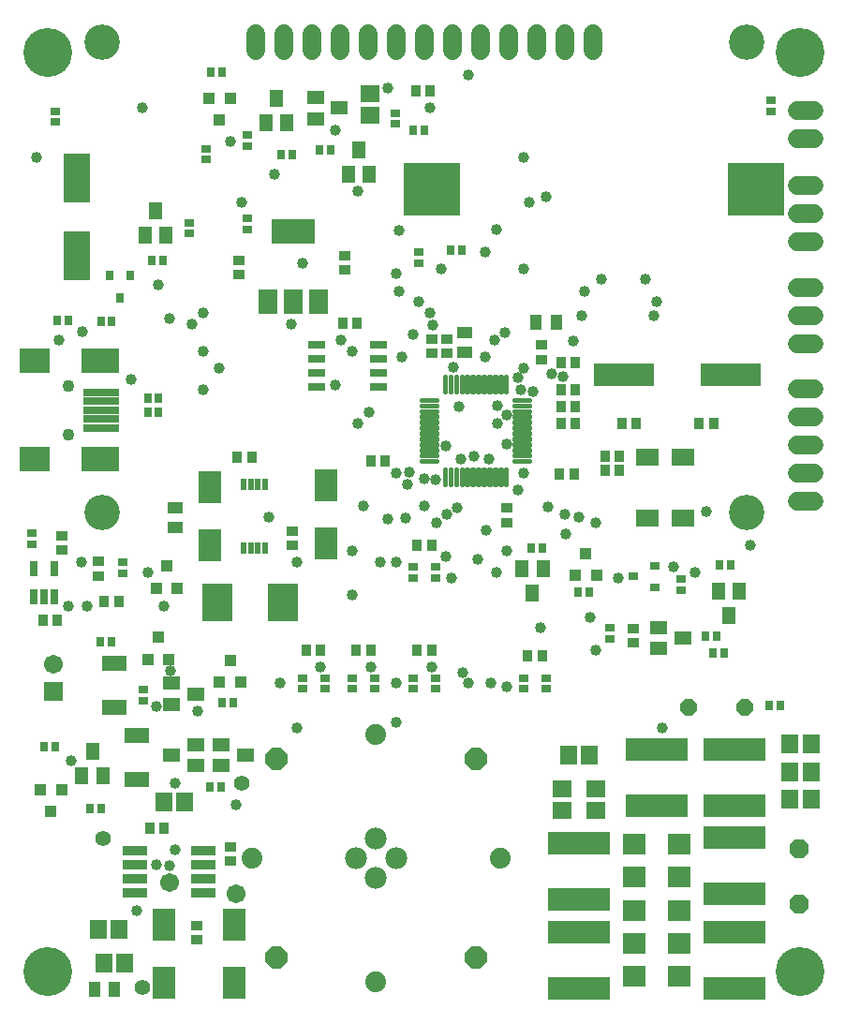
<source format=gbr>
G04 EAGLE Gerber RS-274X export*
G75*
%MOMM*%
%FSLAX34Y34*%
%LPD*%
%INSoldermask Top*%
%IPPOS*%
%AMOC8*
5,1,8,0,0,1.08239X$1,22.5*%
G01*
%ADD10R,1.103200X0.903200*%
%ADD11R,2.003200X2.953200*%
%ADD12R,5.703200X2.053200*%
%ADD13R,0.903200X1.103200*%
%ADD14P,1.649562X8X22.500000*%
%ADD15R,2.003200X1.903200*%
%ADD16R,2.303200X1.473200*%
%ADD17R,0.903200X0.803200*%
%ADD18R,0.803200X0.903200*%
%ADD19R,1.701800X2.209800*%
%ADD20R,4.013200X2.209800*%
%ADD21C,1.727200*%
%ADD22R,1.003200X1.403200*%
%ADD23R,2.703200X3.453200*%
%ADD24R,1.403200X1.003200*%
%ADD25R,1.203200X1.603200*%
%ADD26R,5.537200X2.133600*%
%ADD27R,2.103200X1.503200*%
%ADD28R,1.503200X1.703200*%
%ADD29R,1.703200X1.503200*%
%ADD30R,2.403200X4.403200*%
%ADD31R,1.003200X1.103200*%
%ADD32R,1.603200X1.203200*%
%ADD33P,2.144431X8X22.500000*%
%ADD34C,1.981200*%
%ADD35C,1.879600*%
%ADD36R,0.762000X1.473200*%
%ADD37R,2.235200X0.863600*%
%ADD38R,0.553200X1.103200*%
%ADD39C,3.203200*%
%ADD40R,1.625600X0.736600*%
%ADD41C,0.343072*%
%ADD42R,2.703200X2.203200*%
%ADD43R,3.503200X2.203200*%
%ADD44R,3.303200X0.703200*%
%ADD45C,1.103200*%
%ADD46R,1.711200X1.711200*%
%ADD47C,1.711200*%
%ADD48P,1.852186X8X292.500000*%
%ADD49R,5.203200X4.803200*%
%ADD50C,1.009600*%
%ADD51C,1.409600*%
%ADD52C,1.703200*%
%ADD53C,4.419200*%


D10*
X47200Y415200D03*
X47200Y428200D03*
D11*
X139600Y77250D03*
X139600Y24750D03*
D10*
X169300Y76300D03*
X169300Y63300D03*
D12*
X655000Y155500D03*
X655000Y104500D03*
X655000Y184500D03*
X655000Y235500D03*
D10*
X564300Y344800D03*
X564300Y331800D03*
D12*
X655000Y70500D03*
X655000Y19500D03*
X585000Y184500D03*
X585000Y235500D03*
D13*
X126700Y164300D03*
X139700Y164300D03*
D10*
X199700Y134200D03*
X199700Y147200D03*
D13*
X43300Y352200D03*
X30300Y352200D03*
D10*
X255700Y419700D03*
X255700Y432700D03*
D11*
X286400Y421350D03*
X286400Y473850D03*
X181400Y420250D03*
X181400Y472750D03*
D13*
X206200Y499300D03*
X219200Y499300D03*
D10*
X302800Y681800D03*
X302800Y668800D03*
X207800Y677600D03*
X207800Y664600D03*
X480700Y587700D03*
X480700Y600700D03*
D13*
X498500Y585000D03*
X511500Y585000D03*
X314300Y620700D03*
X301300Y620700D03*
X497200Y484300D03*
X510200Y484300D03*
X85700Y369300D03*
X98700Y369300D03*
D10*
X395700Y593500D03*
X395700Y606500D03*
D13*
X339800Y495700D03*
X326800Y495700D03*
D10*
X449300Y453300D03*
X449300Y440300D03*
X382200Y593500D03*
X382200Y606500D03*
D13*
X498500Y545000D03*
X511500Y545000D03*
X498500Y560000D03*
X511500Y560000D03*
X498500Y530000D03*
X511500Y530000D03*
X636500Y530000D03*
X623500Y530000D03*
X551500Y487500D03*
X538500Y487500D03*
X380300Y830700D03*
X367300Y830700D03*
D10*
X80700Y392200D03*
X80700Y405200D03*
D13*
X551500Y500000D03*
X538500Y500000D03*
X553500Y530000D03*
X566500Y530000D03*
X368500Y325000D03*
X381500Y325000D03*
X268500Y325000D03*
X281500Y325000D03*
X468500Y320000D03*
X481500Y320000D03*
X368500Y420000D03*
X381500Y420000D03*
X313500Y325000D03*
X326500Y325000D03*
D12*
X515000Y19500D03*
X515000Y70500D03*
X515000Y99500D03*
X515000Y150500D03*
D14*
X613800Y273600D03*
X664600Y273600D03*
D11*
X203600Y77250D03*
X203600Y24750D03*
D15*
X605500Y30000D03*
X564500Y30000D03*
D16*
X94900Y313000D03*
X94900Y273400D03*
D17*
X583700Y382100D03*
X583700Y401100D03*
X563700Y391600D03*
D18*
X109500Y663700D03*
X90500Y663700D03*
X100000Y643700D03*
D15*
X564500Y60000D03*
X605500Y60000D03*
X605500Y90000D03*
X564500Y90000D03*
X564500Y120000D03*
X605500Y120000D03*
X605500Y150000D03*
X564500Y150000D03*
D16*
X115100Y208500D03*
X115100Y248100D03*
D19*
X233694Y640104D03*
X256554Y640104D03*
X279414Y640104D03*
D20*
X256300Y703096D03*
D21*
X712380Y653000D02*
X727620Y653000D01*
X727620Y627600D02*
X712380Y627600D01*
X712380Y602200D02*
X727620Y602200D01*
X727620Y812700D02*
X712380Y812700D01*
X712380Y787300D02*
X727620Y787300D01*
X727620Y745000D02*
X712380Y745000D01*
X712380Y719600D02*
X727620Y719600D01*
X727620Y694200D02*
X712380Y694200D01*
X712380Y561000D02*
X727620Y561000D01*
X727620Y535600D02*
X712380Y535600D01*
X712380Y510200D02*
X727620Y510200D01*
X727620Y484800D02*
X712380Y484800D01*
X712380Y459400D02*
X727620Y459400D01*
D22*
X77100Y18600D03*
X95100Y18600D03*
D23*
X247600Y368400D03*
X187600Y368400D03*
D24*
X411400Y594000D03*
X411400Y612000D03*
D22*
X494100Y621400D03*
X476100Y621400D03*
D25*
X650200Y356500D03*
X640700Y378500D03*
X659700Y378500D03*
D26*
X555340Y573900D03*
X651860Y573900D03*
D27*
X576800Y499600D03*
X576800Y444600D03*
X608800Y444600D03*
X608800Y499600D03*
D17*
X20800Y430800D03*
X20800Y420800D03*
D18*
X641700Y402300D03*
X651700Y402300D03*
D17*
X102600Y404800D03*
X102600Y394800D03*
D28*
X99500Y72400D03*
X80500Y72400D03*
X724500Y240000D03*
X705500Y240000D03*
X705500Y215000D03*
X724500Y215000D03*
X724500Y190000D03*
X705500Y190000D03*
D18*
X696700Y275400D03*
X686700Y275400D03*
X72800Y182300D03*
X82800Y182300D03*
X646100Y322700D03*
X636100Y322700D03*
D17*
X542700Y335000D03*
X542700Y345000D03*
D18*
X192500Y277600D03*
X202500Y277600D03*
X191100Y201200D03*
X181100Y201200D03*
D28*
X158400Y187700D03*
X139400Y187700D03*
D18*
X82600Y332400D03*
X92600Y332400D03*
X182200Y847300D03*
X192200Y847300D03*
D17*
X215000Y705000D03*
X215000Y715000D03*
X177700Y768300D03*
X177700Y778300D03*
D18*
X255600Y772700D03*
X245600Y772700D03*
D17*
X215000Y790300D03*
X215000Y780300D03*
X607300Y389500D03*
X607300Y379500D03*
D18*
X53400Y622700D03*
X43400Y622700D03*
D17*
X121200Y279500D03*
X121200Y289500D03*
D18*
X524200Y377400D03*
X514200Y377400D03*
X471900Y417600D03*
X481900Y417600D03*
X82700Y622300D03*
X92700Y622300D03*
X408900Y686200D03*
X398900Y686200D03*
D17*
X162600Y711500D03*
X162600Y701500D03*
D18*
X128800Y677300D03*
X138800Y677300D03*
D17*
X688800Y822200D03*
X688800Y812200D03*
X41200Y802200D03*
X41200Y812200D03*
D18*
X135000Y552500D03*
X125000Y552500D03*
X41400Y237400D03*
X31400Y237400D03*
X135000Y540000D03*
X125000Y540000D03*
X290400Y777400D03*
X280400Y777400D03*
D17*
X348800Y810500D03*
X348800Y800500D03*
X370000Y675000D03*
X370000Y685000D03*
D29*
X326200Y808800D03*
X326200Y827800D03*
D18*
X365000Y795000D03*
X375000Y795000D03*
D17*
X365000Y300000D03*
X365000Y290000D03*
X265000Y300000D03*
X265000Y290000D03*
X465000Y300000D03*
X465000Y290000D03*
X365000Y400000D03*
X365000Y390000D03*
D28*
X524500Y230000D03*
X505500Y230000D03*
D17*
X310000Y300000D03*
X310000Y290000D03*
X385000Y300000D03*
X385000Y290000D03*
X285000Y300000D03*
X285000Y290000D03*
X485000Y300000D03*
X485000Y290000D03*
X385000Y400000D03*
X385000Y390000D03*
X330000Y300000D03*
X330000Y290000D03*
D29*
X500000Y180500D03*
X500000Y199500D03*
X530000Y180500D03*
X530000Y199500D03*
D18*
X639400Y337700D03*
X629400Y337700D03*
D28*
X104500Y42400D03*
X85500Y42400D03*
D30*
X60800Y751600D03*
X60800Y681600D03*
D31*
X190100Y295900D03*
X209100Y295900D03*
X199600Y315900D03*
X199500Y824100D03*
X180500Y824100D03*
X190000Y804100D03*
D25*
X241500Y823500D03*
X251000Y801500D03*
X232000Y801500D03*
D31*
X511500Y392500D03*
X530500Y392500D03*
X521000Y412500D03*
D25*
X472800Y376500D03*
X463300Y398500D03*
X482300Y398500D03*
X132200Y722400D03*
X141700Y700400D03*
X122700Y700400D03*
D32*
X298500Y815000D03*
X276500Y805500D03*
X276500Y824500D03*
D25*
X316000Y777400D03*
X325500Y755400D03*
X306500Y755400D03*
D32*
X168500Y285600D03*
X146500Y276100D03*
X146500Y295100D03*
D31*
X132700Y380900D03*
X151700Y380900D03*
X142200Y400900D03*
X125300Y316900D03*
X144300Y316900D03*
X134800Y336900D03*
X47100Y199100D03*
X28100Y199100D03*
X37600Y179100D03*
D25*
X75100Y233500D03*
X84600Y211500D03*
X65600Y211500D03*
D32*
X608500Y336200D03*
X586500Y326700D03*
X586500Y345700D03*
X213500Y230000D03*
X191500Y220500D03*
X191500Y239500D03*
X146500Y230000D03*
X168500Y239500D03*
X168500Y220500D03*
D33*
X241400Y227000D03*
X241400Y47000D03*
X421400Y227000D03*
X421400Y47000D03*
D34*
X331400Y155000D03*
X331400Y119000D03*
X349400Y137000D03*
X313400Y137000D03*
D35*
X331400Y249000D03*
X331400Y25000D03*
X443400Y137000D03*
X219400Y137000D03*
D36*
X21702Y373046D03*
X31100Y373046D03*
X40498Y373046D03*
X40498Y398954D03*
X21702Y398954D03*
D37*
X174934Y105550D03*
X113466Y105550D03*
X174934Y118250D03*
X174934Y130950D03*
X113466Y118250D03*
X113466Y130950D03*
X174934Y143650D03*
X113466Y143650D03*
D38*
X231150Y474550D03*
X224650Y474550D03*
X218150Y474550D03*
X211650Y474550D03*
X211650Y417050D03*
X218150Y417050D03*
X224650Y417050D03*
X231150Y417050D03*
D39*
X666500Y449200D03*
X666500Y874200D03*
X83500Y874200D03*
X83500Y449200D03*
D21*
X527400Y866580D02*
X527400Y881820D01*
X502000Y881820D02*
X502000Y866580D01*
X476600Y866580D02*
X476600Y881820D01*
X451200Y881820D02*
X451200Y866580D01*
X425800Y866580D02*
X425800Y881820D01*
X400400Y881820D02*
X400400Y866580D01*
X375000Y866580D02*
X375000Y881820D01*
X349600Y881820D02*
X349600Y866580D01*
X324200Y866580D02*
X324200Y881820D01*
X298800Y881820D02*
X298800Y866580D01*
X273400Y866580D02*
X273400Y881820D01*
X248000Y881820D02*
X248000Y866580D01*
X222600Y866580D02*
X222600Y881820D01*
D40*
X278160Y600950D03*
X278160Y588250D03*
X278160Y575550D03*
X278160Y562850D03*
X334040Y562850D03*
X334040Y575550D03*
X334040Y588250D03*
X334040Y600950D03*
D41*
X456499Y496301D02*
X456499Y494899D01*
X456499Y496301D02*
X470701Y496301D01*
X470701Y494899D01*
X456499Y494899D01*
X456499Y499899D02*
X456499Y501301D01*
X470701Y501301D01*
X470701Y499899D01*
X456499Y499899D01*
X456499Y504899D02*
X456499Y506301D01*
X470701Y506301D01*
X470701Y504899D01*
X456499Y504899D01*
X456499Y509899D02*
X456499Y511301D01*
X470701Y511301D01*
X470701Y509899D01*
X456499Y509899D01*
X456499Y514899D02*
X456499Y516301D01*
X470701Y516301D01*
X470701Y514899D01*
X456499Y514899D01*
X456499Y519899D02*
X456499Y521301D01*
X470701Y521301D01*
X470701Y519899D01*
X456499Y519899D01*
X456499Y524899D02*
X456499Y526301D01*
X470701Y526301D01*
X470701Y524899D01*
X456499Y524899D01*
X456499Y529899D02*
X456499Y531301D01*
X470701Y531301D01*
X470701Y529899D01*
X456499Y529899D01*
X456499Y534899D02*
X456499Y536301D01*
X470701Y536301D01*
X470701Y534899D01*
X456499Y534899D01*
X456499Y539899D02*
X456499Y541301D01*
X470701Y541301D01*
X470701Y539899D01*
X456499Y539899D01*
X456499Y544899D02*
X456499Y546301D01*
X470701Y546301D01*
X470701Y544899D01*
X456499Y544899D01*
X456499Y549899D02*
X456499Y551301D01*
X470701Y551301D01*
X470701Y549899D01*
X456499Y549899D01*
X450001Y572001D02*
X448599Y572001D01*
X450001Y572001D02*
X450001Y557799D01*
X448599Y557799D01*
X448599Y572001D01*
X448599Y561058D02*
X450001Y561058D01*
X450001Y564317D02*
X448599Y564317D01*
X448599Y567576D02*
X450001Y567576D01*
X450001Y570835D02*
X448599Y570835D01*
X445001Y572001D02*
X443599Y572001D01*
X445001Y572001D02*
X445001Y557799D01*
X443599Y557799D01*
X443599Y572001D01*
X443599Y561058D02*
X445001Y561058D01*
X445001Y564317D02*
X443599Y564317D01*
X443599Y567576D02*
X445001Y567576D01*
X445001Y570835D02*
X443599Y570835D01*
X440001Y572001D02*
X438599Y572001D01*
X440001Y572001D02*
X440001Y557799D01*
X438599Y557799D01*
X438599Y572001D01*
X438599Y561058D02*
X440001Y561058D01*
X440001Y564317D02*
X438599Y564317D01*
X438599Y567576D02*
X440001Y567576D01*
X440001Y570835D02*
X438599Y570835D01*
X435001Y572001D02*
X433599Y572001D01*
X435001Y572001D02*
X435001Y557799D01*
X433599Y557799D01*
X433599Y572001D01*
X433599Y561058D02*
X435001Y561058D01*
X435001Y564317D02*
X433599Y564317D01*
X433599Y567576D02*
X435001Y567576D01*
X435001Y570835D02*
X433599Y570835D01*
X430001Y572001D02*
X428599Y572001D01*
X430001Y572001D02*
X430001Y557799D01*
X428599Y557799D01*
X428599Y572001D01*
X428599Y561058D02*
X430001Y561058D01*
X430001Y564317D02*
X428599Y564317D01*
X428599Y567576D02*
X430001Y567576D01*
X430001Y570835D02*
X428599Y570835D01*
X425001Y572001D02*
X423599Y572001D01*
X425001Y572001D02*
X425001Y557799D01*
X423599Y557799D01*
X423599Y572001D01*
X423599Y561058D02*
X425001Y561058D01*
X425001Y564317D02*
X423599Y564317D01*
X423599Y567576D02*
X425001Y567576D01*
X425001Y570835D02*
X423599Y570835D01*
X420001Y572001D02*
X418599Y572001D01*
X420001Y572001D02*
X420001Y557799D01*
X418599Y557799D01*
X418599Y572001D01*
X418599Y561058D02*
X420001Y561058D01*
X420001Y564317D02*
X418599Y564317D01*
X418599Y567576D02*
X420001Y567576D01*
X420001Y570835D02*
X418599Y570835D01*
X415001Y572001D02*
X413599Y572001D01*
X415001Y572001D02*
X415001Y557799D01*
X413599Y557799D01*
X413599Y572001D01*
X413599Y561058D02*
X415001Y561058D01*
X415001Y564317D02*
X413599Y564317D01*
X413599Y567576D02*
X415001Y567576D01*
X415001Y570835D02*
X413599Y570835D01*
X410001Y572001D02*
X408599Y572001D01*
X410001Y572001D02*
X410001Y557799D01*
X408599Y557799D01*
X408599Y572001D01*
X408599Y561058D02*
X410001Y561058D01*
X410001Y564317D02*
X408599Y564317D01*
X408599Y567576D02*
X410001Y567576D01*
X410001Y570835D02*
X408599Y570835D01*
X405001Y572001D02*
X403599Y572001D01*
X405001Y572001D02*
X405001Y557799D01*
X403599Y557799D01*
X403599Y572001D01*
X403599Y561058D02*
X405001Y561058D01*
X405001Y564317D02*
X403599Y564317D01*
X403599Y567576D02*
X405001Y567576D01*
X405001Y570835D02*
X403599Y570835D01*
X400001Y572001D02*
X398599Y572001D01*
X400001Y572001D02*
X400001Y557799D01*
X398599Y557799D01*
X398599Y572001D01*
X398599Y561058D02*
X400001Y561058D01*
X400001Y564317D02*
X398599Y564317D01*
X398599Y567576D02*
X400001Y567576D01*
X400001Y570835D02*
X398599Y570835D01*
X395001Y572001D02*
X393599Y572001D01*
X395001Y572001D02*
X395001Y557799D01*
X393599Y557799D01*
X393599Y572001D01*
X393599Y561058D02*
X395001Y561058D01*
X395001Y564317D02*
X393599Y564317D01*
X393599Y567576D02*
X395001Y567576D01*
X395001Y570835D02*
X393599Y570835D01*
X372899Y551301D02*
X372899Y549899D01*
X372899Y551301D02*
X387101Y551301D01*
X387101Y549899D01*
X372899Y549899D01*
X372899Y546301D02*
X372899Y544899D01*
X372899Y546301D02*
X387101Y546301D01*
X387101Y544899D01*
X372899Y544899D01*
X372899Y541301D02*
X372899Y539899D01*
X372899Y541301D02*
X387101Y541301D01*
X387101Y539899D01*
X372899Y539899D01*
X372899Y536301D02*
X372899Y534899D01*
X372899Y536301D02*
X387101Y536301D01*
X387101Y534899D01*
X372899Y534899D01*
X372899Y531301D02*
X372899Y529899D01*
X372899Y531301D02*
X387101Y531301D01*
X387101Y529899D01*
X372899Y529899D01*
X372899Y526301D02*
X372899Y524899D01*
X372899Y526301D02*
X387101Y526301D01*
X387101Y524899D01*
X372899Y524899D01*
X372899Y521301D02*
X372899Y519899D01*
X372899Y521301D02*
X387101Y521301D01*
X387101Y519899D01*
X372899Y519899D01*
X372899Y516301D02*
X372899Y514899D01*
X372899Y516301D02*
X387101Y516301D01*
X387101Y514899D01*
X372899Y514899D01*
X372899Y511301D02*
X372899Y509899D01*
X372899Y511301D02*
X387101Y511301D01*
X387101Y509899D01*
X372899Y509899D01*
X372899Y506301D02*
X372899Y504899D01*
X372899Y506301D02*
X387101Y506301D01*
X387101Y504899D01*
X372899Y504899D01*
X372899Y501301D02*
X372899Y499899D01*
X372899Y501301D02*
X387101Y501301D01*
X387101Y499899D01*
X372899Y499899D01*
X372899Y496301D02*
X372899Y494899D01*
X372899Y496301D02*
X387101Y496301D01*
X387101Y494899D01*
X372899Y494899D01*
X393599Y488401D02*
X395001Y488401D01*
X395001Y474199D01*
X393599Y474199D01*
X393599Y488401D01*
X393599Y477458D02*
X395001Y477458D01*
X395001Y480717D02*
X393599Y480717D01*
X393599Y483976D02*
X395001Y483976D01*
X395001Y487235D02*
X393599Y487235D01*
X398599Y488401D02*
X400001Y488401D01*
X400001Y474199D01*
X398599Y474199D01*
X398599Y488401D01*
X398599Y477458D02*
X400001Y477458D01*
X400001Y480717D02*
X398599Y480717D01*
X398599Y483976D02*
X400001Y483976D01*
X400001Y487235D02*
X398599Y487235D01*
X403599Y488401D02*
X405001Y488401D01*
X405001Y474199D01*
X403599Y474199D01*
X403599Y488401D01*
X403599Y477458D02*
X405001Y477458D01*
X405001Y480717D02*
X403599Y480717D01*
X403599Y483976D02*
X405001Y483976D01*
X405001Y487235D02*
X403599Y487235D01*
X408599Y488401D02*
X410001Y488401D01*
X410001Y474199D01*
X408599Y474199D01*
X408599Y488401D01*
X408599Y477458D02*
X410001Y477458D01*
X410001Y480717D02*
X408599Y480717D01*
X408599Y483976D02*
X410001Y483976D01*
X410001Y487235D02*
X408599Y487235D01*
X413599Y488401D02*
X415001Y488401D01*
X415001Y474199D01*
X413599Y474199D01*
X413599Y488401D01*
X413599Y477458D02*
X415001Y477458D01*
X415001Y480717D02*
X413599Y480717D01*
X413599Y483976D02*
X415001Y483976D01*
X415001Y487235D02*
X413599Y487235D01*
X418599Y488401D02*
X420001Y488401D01*
X420001Y474199D01*
X418599Y474199D01*
X418599Y488401D01*
X418599Y477458D02*
X420001Y477458D01*
X420001Y480717D02*
X418599Y480717D01*
X418599Y483976D02*
X420001Y483976D01*
X420001Y487235D02*
X418599Y487235D01*
X423599Y488401D02*
X425001Y488401D01*
X425001Y474199D01*
X423599Y474199D01*
X423599Y488401D01*
X423599Y477458D02*
X425001Y477458D01*
X425001Y480717D02*
X423599Y480717D01*
X423599Y483976D02*
X425001Y483976D01*
X425001Y487235D02*
X423599Y487235D01*
X428599Y488401D02*
X430001Y488401D01*
X430001Y474199D01*
X428599Y474199D01*
X428599Y488401D01*
X428599Y477458D02*
X430001Y477458D01*
X430001Y480717D02*
X428599Y480717D01*
X428599Y483976D02*
X430001Y483976D01*
X430001Y487235D02*
X428599Y487235D01*
X433599Y488401D02*
X435001Y488401D01*
X435001Y474199D01*
X433599Y474199D01*
X433599Y488401D01*
X433599Y477458D02*
X435001Y477458D01*
X435001Y480717D02*
X433599Y480717D01*
X433599Y483976D02*
X435001Y483976D01*
X435001Y487235D02*
X433599Y487235D01*
X438599Y488401D02*
X440001Y488401D01*
X440001Y474199D01*
X438599Y474199D01*
X438599Y488401D01*
X438599Y477458D02*
X440001Y477458D01*
X440001Y480717D02*
X438599Y480717D01*
X438599Y483976D02*
X440001Y483976D01*
X440001Y487235D02*
X438599Y487235D01*
X443599Y488401D02*
X445001Y488401D01*
X445001Y474199D01*
X443599Y474199D01*
X443599Y488401D01*
X443599Y477458D02*
X445001Y477458D01*
X445001Y480717D02*
X443599Y480717D01*
X443599Y483976D02*
X445001Y483976D01*
X445001Y487235D02*
X443599Y487235D01*
X448599Y488401D02*
X450001Y488401D01*
X450001Y474199D01*
X448599Y474199D01*
X448599Y488401D01*
X448599Y477458D02*
X450001Y477458D01*
X450001Y480717D02*
X448599Y480717D01*
X448599Y483976D02*
X450001Y483976D01*
X450001Y487235D02*
X448599Y487235D01*
D42*
X23300Y497400D03*
X23300Y586400D03*
D43*
X82300Y497400D03*
X82300Y586400D03*
D44*
X83300Y557900D03*
X83300Y549900D03*
X83300Y541900D03*
X83300Y533900D03*
X83300Y525900D03*
D45*
X53300Y563900D03*
X53300Y519900D03*
D46*
X40250Y287500D03*
D47*
X40250Y312500D03*
D24*
X150000Y436000D03*
X150000Y454000D03*
D48*
X713500Y145500D03*
X713500Y95500D03*
D49*
X675000Y742000D03*
X382000Y742000D03*
D50*
X355000Y590000D03*
X350000Y485000D03*
X460000Y470000D03*
X590000Y255000D03*
D51*
X120000Y20000D03*
X85000Y155000D03*
X210000Y205000D03*
D50*
X410000Y305000D03*
X381500Y310000D03*
X326500Y310000D03*
X281500Y310000D03*
X66500Y612500D03*
X450000Y415000D03*
X133000Y274500D03*
X465000Y770000D03*
X510000Y604000D03*
X500500Y571944D03*
X433500Y498000D03*
X485000Y735000D03*
X295000Y565000D03*
X310000Y595000D03*
X380000Y815000D03*
X295000Y795000D03*
X300000Y605000D03*
X255000Y620000D03*
X310000Y415000D03*
X310000Y375000D03*
X670000Y420000D03*
X600000Y400000D03*
X365000Y610000D03*
X382500Y619000D03*
X465000Y485000D03*
X465000Y670000D03*
X110000Y570000D03*
X65000Y405000D03*
X45000Y605000D03*
X449500Y537500D03*
X503000Y430000D03*
X550000Y390000D03*
X441000Y546044D03*
X620000Y395000D03*
X133000Y131000D03*
X115000Y90000D03*
D52*
X205000Y105000D03*
X145000Y115000D03*
D50*
X150000Y145000D03*
X150000Y205000D03*
X205000Y185000D03*
X145000Y130000D03*
X200000Y785000D03*
X210000Y730000D03*
X490000Y575000D03*
X535000Y660000D03*
X350000Y665000D03*
X240000Y755000D03*
X125000Y395000D03*
X473000Y559000D03*
X459500Y571000D03*
X517500Y627500D03*
X582750Y627250D03*
X315000Y530000D03*
X370000Y640000D03*
X575000Y660000D03*
X325000Y540000D03*
X380000Y630000D03*
X585000Y640000D03*
X630000Y450000D03*
X441000Y530000D03*
X406256Y545000D03*
X360000Y475000D03*
X320000Y455000D03*
X335000Y405000D03*
X515000Y445000D03*
X386000Y440000D03*
X385000Y479500D03*
X395000Y510000D03*
X502000Y447500D03*
X395500Y447500D03*
X487000Y454500D03*
X405000Y453500D03*
X350000Y295000D03*
X465000Y580000D03*
X520000Y648885D03*
X352000Y649000D03*
X145000Y625000D03*
X400000Y390041D03*
X423500Y407000D03*
X431256Y433044D03*
X342000Y443500D03*
X440000Y395000D03*
X480000Y345000D03*
X401126Y581000D03*
X375000Y480000D03*
X375000Y455000D03*
X358000Y444000D03*
X190000Y580000D03*
X165000Y620000D03*
X448000Y612000D03*
X470000Y730000D03*
X438500Y605500D03*
X440000Y705000D03*
X415000Y845000D03*
X430000Y590000D03*
X430000Y685000D03*
X315000Y740000D03*
X352000Y704500D03*
X362000Y485500D03*
X390000Y670000D03*
X449500Y511000D03*
X420000Y500000D03*
X408500Y497500D03*
X120000Y815000D03*
X25000Y770000D03*
X530000Y440000D03*
X235000Y445000D03*
X135000Y655000D03*
X265000Y675000D03*
X260000Y405000D03*
X175000Y630000D03*
X175000Y595000D03*
X175000Y560000D03*
X140000Y365000D03*
X260000Y255000D03*
X170000Y270000D03*
X525000Y355000D03*
X530000Y325000D03*
X395000Y409959D03*
X145500Y306500D03*
X462000Y560000D03*
X435000Y295000D03*
X415000Y295000D03*
X55704Y224896D03*
X53044Y365000D03*
X70000Y365000D03*
X342500Y833000D03*
D53*
X35000Y865000D03*
X715000Y865000D03*
X35000Y35000D03*
X715000Y35000D03*
D50*
X245000Y295000D03*
X450000Y292000D03*
X350000Y405000D03*
X350000Y260000D03*
M02*

</source>
